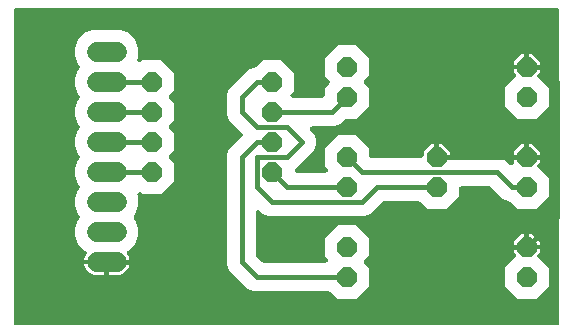
<source format=gbr>
G04 EAGLE Gerber X2 export*
G04 #@! %TF.Part,Single*
G04 #@! %TF.FileFunction,Copper,L2,Bot,Mixed*
G04 #@! %TF.FilePolarity,Positive*
G04 #@! %TF.GenerationSoftware,Autodesk,EAGLE,9.0.0*
G04 #@! %TF.CreationDate,2019-08-08T19:07:24Z*
G75*
%MOMM*%
%FSLAX34Y34*%
%LPD*%
%AMOC8*
5,1,8,0,0,1.08239X$1,22.5*%
G01*
%ADD10C,1.676400*%
%ADD11P,1.814519X8X22.500000*%
%ADD12P,1.814519X8X112.500000*%
%ADD13C,0.406400*%

G36*
X470226Y-2537D02*
X470226Y-2537D01*
X470244Y-2539D01*
X470426Y-2518D01*
X470609Y-2499D01*
X470626Y-2494D01*
X470643Y-2492D01*
X470818Y-2435D01*
X470994Y-2381D01*
X471009Y-2373D01*
X471026Y-2367D01*
X471186Y-2277D01*
X471348Y-2189D01*
X471361Y-2178D01*
X471377Y-2169D01*
X471516Y-2049D01*
X471657Y-1932D01*
X471668Y-1918D01*
X471682Y-1906D01*
X471794Y-1761D01*
X471909Y-1618D01*
X471917Y-1602D01*
X471928Y-1588D01*
X472010Y-1423D01*
X472095Y-1261D01*
X472100Y-1244D01*
X472108Y-1228D01*
X472155Y-1049D01*
X472206Y-874D01*
X472208Y-856D01*
X472212Y-839D01*
X472239Y-508D01*
X472239Y263908D01*
X472237Y263926D01*
X472239Y263944D01*
X472218Y264126D01*
X472199Y264309D01*
X472194Y264326D01*
X472192Y264343D01*
X472135Y264518D01*
X472081Y264694D01*
X472073Y264709D01*
X472067Y264726D01*
X471977Y264886D01*
X471889Y265048D01*
X471878Y265061D01*
X471869Y265077D01*
X471749Y265216D01*
X471632Y265357D01*
X471618Y265368D01*
X471606Y265382D01*
X471461Y265494D01*
X471318Y265609D01*
X471302Y265617D01*
X471288Y265628D01*
X471123Y265710D01*
X470961Y265795D01*
X470944Y265800D01*
X470928Y265808D01*
X470749Y265855D01*
X470574Y265906D01*
X470556Y265908D01*
X470539Y265912D01*
X470208Y265939D01*
X12192Y265939D01*
X12174Y265937D01*
X12156Y265939D01*
X11974Y265918D01*
X11791Y265899D01*
X11774Y265894D01*
X11757Y265892D01*
X11582Y265835D01*
X11406Y265781D01*
X11391Y265773D01*
X11374Y265767D01*
X11214Y265677D01*
X11052Y265589D01*
X11039Y265578D01*
X11023Y265569D01*
X10884Y265449D01*
X10743Y265332D01*
X10732Y265318D01*
X10718Y265306D01*
X10606Y265161D01*
X10491Y265018D01*
X10483Y265002D01*
X10472Y264988D01*
X10390Y264823D01*
X10305Y264661D01*
X10300Y264644D01*
X10292Y264628D01*
X10245Y264449D01*
X10194Y264274D01*
X10192Y264256D01*
X10188Y264239D01*
X10161Y263908D01*
X10161Y-508D01*
X10163Y-526D01*
X10161Y-544D01*
X10182Y-726D01*
X10201Y-909D01*
X10206Y-926D01*
X10208Y-943D01*
X10265Y-1118D01*
X10319Y-1294D01*
X10327Y-1309D01*
X10333Y-1326D01*
X10423Y-1486D01*
X10511Y-1648D01*
X10522Y-1661D01*
X10531Y-1677D01*
X10651Y-1816D01*
X10768Y-1957D01*
X10782Y-1968D01*
X10794Y-1982D01*
X10939Y-2094D01*
X11082Y-2209D01*
X11098Y-2217D01*
X11112Y-2228D01*
X11277Y-2310D01*
X11439Y-2395D01*
X11456Y-2400D01*
X11472Y-2408D01*
X11651Y-2455D01*
X11826Y-2506D01*
X11844Y-2508D01*
X11861Y-2512D01*
X12192Y-2539D01*
X470208Y-2539D01*
X470226Y-2537D01*
G37*
%LPC*%
G36*
X284419Y19557D02*
X284419Y19557D01*
X278664Y25312D01*
X278648Y25326D01*
X278635Y25341D01*
X278631Y25343D01*
X278626Y25350D01*
X278488Y25457D01*
X278353Y25567D01*
X278329Y25580D01*
X278308Y25596D01*
X278151Y25674D01*
X277997Y25756D01*
X277972Y25764D01*
X277947Y25776D01*
X277778Y25821D01*
X277611Y25871D01*
X277585Y25873D01*
X277559Y25880D01*
X277228Y25907D01*
X213475Y25907D01*
X208993Y27763D01*
X205278Y31479D01*
X196579Y40178D01*
X192863Y43893D01*
X191007Y48375D01*
X191007Y142125D01*
X192863Y146607D01*
X203571Y157314D01*
X203582Y157328D01*
X203595Y157339D01*
X203709Y157483D01*
X203826Y157625D01*
X203834Y157641D01*
X203845Y157655D01*
X203929Y157819D01*
X204014Y157981D01*
X204019Y157998D01*
X204027Y158014D01*
X204077Y158191D01*
X204129Y158367D01*
X204131Y158385D01*
X204135Y158402D01*
X204149Y158585D01*
X204165Y158768D01*
X204164Y158786D01*
X204165Y158803D01*
X204142Y158985D01*
X204122Y159168D01*
X204117Y159185D01*
X204114Y159203D01*
X204056Y159377D01*
X204001Y159552D01*
X203992Y159568D01*
X203986Y159584D01*
X203894Y159744D01*
X203806Y159904D01*
X203794Y159918D01*
X203785Y159933D01*
X203571Y160186D01*
X192863Y170893D01*
X191007Y175375D01*
X191007Y192925D01*
X192863Y197407D01*
X208993Y213537D01*
X212436Y214963D01*
X213475Y215393D01*
X213728Y215393D01*
X213755Y215395D01*
X213781Y215393D01*
X213955Y215415D01*
X214129Y215433D01*
X214154Y215440D01*
X214181Y215444D01*
X214347Y215500D01*
X214514Y215551D01*
X214537Y215564D01*
X214562Y215572D01*
X214714Y215659D01*
X214868Y215743D01*
X214888Y215760D01*
X214911Y215773D01*
X215164Y215988D01*
X220919Y221743D01*
X236281Y221743D01*
X247143Y210881D01*
X247143Y195519D01*
X245084Y193460D01*
X245078Y193453D01*
X245071Y193448D01*
X244951Y193298D01*
X244829Y193149D01*
X244824Y193141D01*
X244819Y193134D01*
X244730Y192964D01*
X244640Y192793D01*
X244637Y192784D01*
X244633Y192777D01*
X244580Y192592D01*
X244525Y192407D01*
X244524Y192398D01*
X244522Y192390D01*
X244506Y192199D01*
X244489Y192006D01*
X244490Y191997D01*
X244489Y191988D01*
X244511Y191799D01*
X244532Y191606D01*
X244535Y191597D01*
X244536Y191589D01*
X244595Y191407D01*
X244654Y191222D01*
X244658Y191214D01*
X244661Y191206D01*
X244756Y191037D01*
X244849Y190870D01*
X244854Y190863D01*
X244859Y190855D01*
X244985Y190709D01*
X245109Y190563D01*
X245116Y190557D01*
X245122Y190550D01*
X245273Y190433D01*
X245425Y190313D01*
X245433Y190309D01*
X245440Y190304D01*
X245612Y190218D01*
X245784Y190131D01*
X245792Y190128D01*
X245800Y190124D01*
X245986Y190074D01*
X246172Y190023D01*
X246181Y190022D01*
X246189Y190020D01*
X246520Y189993D01*
X271526Y189993D01*
X271544Y189995D01*
X271562Y189993D01*
X271744Y190014D01*
X271927Y190033D01*
X271944Y190038D01*
X271961Y190040D01*
X272136Y190097D01*
X272312Y190151D01*
X272327Y190159D01*
X272344Y190165D01*
X272504Y190255D01*
X272666Y190343D01*
X272679Y190354D01*
X272695Y190363D01*
X272834Y190483D01*
X272975Y190600D01*
X272986Y190614D01*
X273000Y190626D01*
X273112Y190771D01*
X273227Y190914D01*
X273235Y190930D01*
X273246Y190944D01*
X273328Y191109D01*
X273413Y191271D01*
X273418Y191288D01*
X273426Y191304D01*
X273473Y191483D01*
X273524Y191658D01*
X273526Y191676D01*
X273530Y191693D01*
X273557Y192024D01*
X273557Y198181D01*
X277140Y201764D01*
X277152Y201777D01*
X277165Y201789D01*
X277279Y201933D01*
X277395Y202075D01*
X277404Y202091D01*
X277415Y202105D01*
X277498Y202269D01*
X277584Y202431D01*
X277589Y202448D01*
X277597Y202464D01*
X277647Y202641D01*
X277699Y202817D01*
X277700Y202835D01*
X277705Y202852D01*
X277719Y203035D01*
X277735Y203218D01*
X277733Y203236D01*
X277735Y203253D01*
X277712Y203435D01*
X277692Y203618D01*
X277686Y203635D01*
X277684Y203653D01*
X277626Y203826D01*
X277570Y204002D01*
X277562Y204018D01*
X277556Y204034D01*
X277464Y204194D01*
X277375Y204354D01*
X277364Y204368D01*
X277355Y204383D01*
X277140Y204636D01*
X273557Y208219D01*
X273557Y223581D01*
X284419Y234443D01*
X299781Y234443D01*
X310643Y223581D01*
X310643Y208219D01*
X307060Y204636D01*
X307048Y204622D01*
X307035Y204611D01*
X306921Y204467D01*
X306805Y204325D01*
X306796Y204309D01*
X306785Y204295D01*
X306702Y204131D01*
X306616Y203969D01*
X306611Y203952D01*
X306603Y203936D01*
X306553Y203759D01*
X306501Y203583D01*
X306500Y203565D01*
X306495Y203548D01*
X306481Y203365D01*
X306465Y203182D01*
X306467Y203164D01*
X306465Y203147D01*
X306488Y202965D01*
X306508Y202782D01*
X306514Y202765D01*
X306516Y202747D01*
X306574Y202573D01*
X306630Y202398D01*
X306638Y202382D01*
X306644Y202366D01*
X306736Y202206D01*
X306825Y202046D01*
X306836Y202032D01*
X306845Y202017D01*
X307060Y201764D01*
X310643Y198181D01*
X310643Y182819D01*
X299781Y171957D01*
X291642Y171957D01*
X291615Y171955D01*
X291588Y171957D01*
X291415Y171935D01*
X291241Y171917D01*
X291216Y171910D01*
X291189Y171906D01*
X291023Y171851D01*
X290856Y171799D01*
X290833Y171786D01*
X290807Y171778D01*
X290656Y171691D01*
X290502Y171607D01*
X290482Y171590D01*
X290458Y171577D01*
X290205Y171362D01*
X286307Y167463D01*
X281825Y165607D01*
X262940Y165607D01*
X262931Y165606D01*
X262922Y165607D01*
X262730Y165586D01*
X262539Y165567D01*
X262531Y165565D01*
X262522Y165564D01*
X262339Y165506D01*
X262154Y165449D01*
X262146Y165445D01*
X262138Y165442D01*
X261969Y165349D01*
X261800Y165257D01*
X261793Y165252D01*
X261785Y165247D01*
X261639Y165123D01*
X261491Y165000D01*
X261485Y164993D01*
X261478Y164987D01*
X261359Y164836D01*
X261239Y164686D01*
X261234Y164678D01*
X261229Y164671D01*
X261141Y164498D01*
X261053Y164329D01*
X261051Y164320D01*
X261047Y164312D01*
X260995Y164126D01*
X260942Y163942D01*
X260941Y163933D01*
X260939Y163924D01*
X260924Y163731D01*
X260909Y163540D01*
X260910Y163532D01*
X260909Y163523D01*
X260933Y163330D01*
X260956Y163141D01*
X260958Y163132D01*
X260960Y163123D01*
X261021Y162940D01*
X261081Y162758D01*
X261085Y162750D01*
X261088Y162742D01*
X261184Y162575D01*
X261278Y162407D01*
X261284Y162400D01*
X261289Y162393D01*
X261503Y162140D01*
X264337Y159307D01*
X266193Y154825D01*
X266193Y149975D01*
X264337Y145493D01*
X251922Y133079D01*
X248803Y129960D01*
X248798Y129953D01*
X248791Y129948D01*
X248671Y129798D01*
X248548Y129649D01*
X248544Y129641D01*
X248539Y129634D01*
X248450Y129464D01*
X248360Y129293D01*
X248357Y129284D01*
X248353Y129277D01*
X248300Y129092D01*
X248245Y128907D01*
X248244Y128898D01*
X248242Y128890D01*
X248226Y128699D01*
X248209Y128506D01*
X248209Y128497D01*
X248209Y128488D01*
X248231Y128299D01*
X248252Y128106D01*
X248255Y128097D01*
X248256Y128089D01*
X248315Y127907D01*
X248373Y127722D01*
X248378Y127714D01*
X248381Y127706D01*
X248476Y127537D01*
X248568Y127370D01*
X248574Y127363D01*
X248578Y127355D01*
X248704Y127209D01*
X248829Y127063D01*
X248836Y127057D01*
X248842Y127050D01*
X248993Y126933D01*
X249145Y126813D01*
X249153Y126809D01*
X249160Y126804D01*
X249332Y126718D01*
X249504Y126631D01*
X249512Y126628D01*
X249520Y126624D01*
X249706Y126574D01*
X249891Y126523D01*
X249900Y126522D01*
X249909Y126520D01*
X250240Y126493D01*
X274180Y126493D01*
X274189Y126494D01*
X274198Y126493D01*
X274390Y126514D01*
X274581Y126533D01*
X274589Y126535D01*
X274598Y126536D01*
X274780Y126594D01*
X274966Y126651D01*
X274974Y126655D01*
X274982Y126658D01*
X275150Y126751D01*
X275320Y126843D01*
X275326Y126848D01*
X275334Y126853D01*
X275481Y126977D01*
X275629Y127100D01*
X275634Y127107D01*
X275641Y127113D01*
X275760Y127264D01*
X275881Y127414D01*
X275885Y127422D01*
X275891Y127429D01*
X275979Y127602D01*
X276067Y127771D01*
X276069Y127780D01*
X276073Y127788D01*
X276125Y127974D01*
X276178Y128158D01*
X276179Y128167D01*
X276181Y128176D01*
X276195Y128369D01*
X276211Y128560D01*
X276210Y128568D01*
X276211Y128577D01*
X276186Y128770D01*
X276164Y128959D01*
X276161Y128968D01*
X276160Y128977D01*
X276099Y129160D01*
X276039Y129342D01*
X276035Y129350D01*
X276032Y129358D01*
X275937Y129524D01*
X275841Y129693D01*
X275835Y129700D01*
X275831Y129707D01*
X275616Y129960D01*
X273557Y132019D01*
X273557Y147381D01*
X284419Y158243D01*
X299781Y158243D01*
X310643Y147381D01*
X310643Y141224D01*
X310645Y141206D01*
X310643Y141188D01*
X310664Y141006D01*
X310683Y140823D01*
X310688Y140806D01*
X310690Y140789D01*
X310747Y140614D01*
X310801Y140438D01*
X310809Y140423D01*
X310815Y140406D01*
X310905Y140246D01*
X310993Y140084D01*
X311004Y140071D01*
X311013Y140055D01*
X311133Y139916D01*
X311250Y139775D01*
X311264Y139764D01*
X311276Y139750D01*
X311421Y139638D01*
X311564Y139523D01*
X311580Y139515D01*
X311594Y139504D01*
X311759Y139422D01*
X311921Y139337D01*
X311938Y139332D01*
X311954Y139324D01*
X312133Y139277D01*
X312308Y139226D01*
X312326Y139224D01*
X312343Y139220D01*
X312674Y139193D01*
X355346Y139193D01*
X355364Y139195D01*
X355382Y139193D01*
X355564Y139214D01*
X355747Y139233D01*
X355764Y139238D01*
X355781Y139240D01*
X355956Y139297D01*
X356132Y139351D01*
X356147Y139359D01*
X356164Y139365D01*
X356324Y139455D01*
X356486Y139543D01*
X356499Y139554D01*
X356515Y139563D01*
X356654Y139683D01*
X356795Y139800D01*
X356806Y139814D01*
X356820Y139826D01*
X356932Y139971D01*
X357047Y140114D01*
X357055Y140130D01*
X357066Y140144D01*
X357148Y140309D01*
X357233Y140471D01*
X357238Y140488D01*
X357246Y140504D01*
X357293Y140683D01*
X357344Y140858D01*
X357346Y140876D01*
X357350Y140893D01*
X357377Y141224D01*
X357377Y144224D01*
X363776Y150623D01*
X366269Y150623D01*
X366269Y141224D01*
X366270Y141206D01*
X366269Y141188D01*
X366290Y141006D01*
X366308Y140823D01*
X366314Y140806D01*
X366316Y140789D01*
X366373Y140614D01*
X366427Y140438D01*
X366435Y140423D01*
X366441Y140406D01*
X366531Y140246D01*
X366618Y140084D01*
X366630Y140071D01*
X366639Y140055D01*
X366759Y139916D01*
X366876Y139775D01*
X366890Y139764D01*
X366902Y139750D01*
X367047Y139638D01*
X367190Y139523D01*
X367206Y139515D01*
X367220Y139504D01*
X367385Y139422D01*
X367547Y139337D01*
X367564Y139332D01*
X367580Y139324D01*
X367758Y139277D01*
X367934Y139226D01*
X367952Y139224D01*
X367969Y139220D01*
X368300Y139193D01*
X368318Y139194D01*
X368335Y139193D01*
X368336Y139193D01*
X368518Y139214D01*
X368701Y139233D01*
X368718Y139238D01*
X368736Y139240D01*
X368910Y139297D01*
X369086Y139351D01*
X369101Y139359D01*
X369118Y139365D01*
X369279Y139455D01*
X369440Y139543D01*
X369453Y139554D01*
X369469Y139563D01*
X369608Y139683D01*
X369749Y139800D01*
X369760Y139814D01*
X369774Y139826D01*
X369886Y139971D01*
X370001Y140114D01*
X370010Y140130D01*
X370020Y140144D01*
X370102Y140309D01*
X370187Y140471D01*
X370192Y140488D01*
X370200Y140504D01*
X370248Y140683D01*
X370298Y140858D01*
X370300Y140876D01*
X370304Y140893D01*
X370331Y141224D01*
X370331Y150623D01*
X372824Y150623D01*
X379223Y144224D01*
X379223Y141224D01*
X379225Y141206D01*
X379223Y141188D01*
X379244Y141006D01*
X379263Y140823D01*
X379268Y140806D01*
X379270Y140789D01*
X379327Y140614D01*
X379381Y140438D01*
X379389Y140423D01*
X379395Y140406D01*
X379485Y140246D01*
X379573Y140084D01*
X379584Y140071D01*
X379593Y140055D01*
X379713Y139916D01*
X379830Y139775D01*
X379844Y139764D01*
X379856Y139750D01*
X380001Y139638D01*
X380144Y139523D01*
X380160Y139515D01*
X380174Y139504D01*
X380339Y139422D01*
X380501Y139337D01*
X380518Y139332D01*
X380534Y139324D01*
X380713Y139277D01*
X380888Y139226D01*
X380906Y139224D01*
X380923Y139220D01*
X381254Y139193D01*
X421525Y139193D01*
X426007Y137337D01*
X429722Y133621D01*
X430110Y133233D01*
X430117Y133228D01*
X430122Y133221D01*
X430272Y133101D01*
X430421Y132978D01*
X430429Y132974D01*
X430436Y132969D01*
X430606Y132880D01*
X430777Y132790D01*
X430785Y132787D01*
X430793Y132783D01*
X430979Y132730D01*
X431163Y132675D01*
X431172Y132674D01*
X431180Y132672D01*
X431372Y132656D01*
X431564Y132639D01*
X431573Y132639D01*
X431582Y132639D01*
X431772Y132661D01*
X431964Y132682D01*
X431973Y132685D01*
X431981Y132686D01*
X432164Y132745D01*
X432348Y132803D01*
X432356Y132808D01*
X432364Y132811D01*
X432531Y132905D01*
X432700Y132998D01*
X432707Y133004D01*
X432715Y133008D01*
X432861Y133135D01*
X433007Y133259D01*
X433013Y133266D01*
X433020Y133272D01*
X433137Y133423D01*
X433257Y133575D01*
X433261Y133583D01*
X433266Y133590D01*
X433352Y133762D01*
X433439Y133934D01*
X433442Y133942D01*
X433446Y133950D01*
X433496Y134138D01*
X433547Y134321D01*
X433548Y134330D01*
X433550Y134339D01*
X433577Y134670D01*
X433577Y137669D01*
X444500Y137669D01*
X455423Y137669D01*
X455423Y135176D01*
X454072Y133824D01*
X454060Y133811D01*
X454047Y133799D01*
X453933Y133655D01*
X453816Y133513D01*
X453808Y133497D01*
X453797Y133483D01*
X453714Y133319D01*
X453628Y133157D01*
X453623Y133140D01*
X453615Y133124D01*
X453565Y132947D01*
X453513Y132771D01*
X453511Y132754D01*
X453507Y132736D01*
X453493Y132553D01*
X453477Y132370D01*
X453479Y132353D01*
X453477Y132335D01*
X453500Y132153D01*
X453520Y131970D01*
X453525Y131953D01*
X453528Y131935D01*
X453586Y131762D01*
X453642Y131586D01*
X453650Y131571D01*
X453656Y131554D01*
X453747Y131395D01*
X453836Y131234D01*
X453848Y131220D01*
X453857Y131205D01*
X454072Y130952D01*
X463043Y121981D01*
X463043Y106619D01*
X452181Y95757D01*
X436819Y95757D01*
X431064Y101512D01*
X431044Y101529D01*
X431026Y101550D01*
X430888Y101657D01*
X430753Y101767D01*
X430729Y101780D01*
X430708Y101796D01*
X430551Y101874D01*
X430397Y101956D01*
X430372Y101964D01*
X430347Y101976D01*
X430178Y102021D01*
X430011Y102071D01*
X429985Y102073D01*
X429959Y102080D01*
X429628Y102107D01*
X429375Y102107D01*
X424893Y103963D01*
X414645Y114212D01*
X414624Y114229D01*
X414606Y114250D01*
X414468Y114357D01*
X414333Y114467D01*
X414309Y114480D01*
X414288Y114496D01*
X414131Y114574D01*
X413977Y114656D01*
X413952Y114664D01*
X413928Y114676D01*
X413758Y114721D01*
X413591Y114771D01*
X413565Y114773D01*
X413539Y114780D01*
X413208Y114807D01*
X388874Y114807D01*
X388856Y114805D01*
X388838Y114807D01*
X388656Y114786D01*
X388473Y114767D01*
X388456Y114762D01*
X388439Y114760D01*
X388264Y114703D01*
X388088Y114649D01*
X388073Y114641D01*
X388056Y114635D01*
X387896Y114545D01*
X387734Y114457D01*
X387721Y114446D01*
X387705Y114437D01*
X387566Y114317D01*
X387425Y114200D01*
X387414Y114186D01*
X387400Y114174D01*
X387288Y114029D01*
X387173Y113886D01*
X387165Y113870D01*
X387154Y113856D01*
X387072Y113691D01*
X386987Y113529D01*
X386982Y113512D01*
X386974Y113496D01*
X386927Y113317D01*
X386876Y113142D01*
X386874Y113124D01*
X386870Y113107D01*
X386843Y112776D01*
X386843Y106619D01*
X375981Y95757D01*
X360619Y95757D01*
X354864Y101512D01*
X354844Y101529D01*
X354826Y101550D01*
X354688Y101657D01*
X354553Y101767D01*
X354529Y101780D01*
X354508Y101796D01*
X354351Y101874D01*
X354197Y101956D01*
X354172Y101964D01*
X354147Y101976D01*
X353978Y102021D01*
X353811Y102071D01*
X353785Y102073D01*
X353759Y102080D01*
X353428Y102107D01*
X323392Y102107D01*
X323365Y102105D01*
X323338Y102107D01*
X323165Y102085D01*
X322991Y102067D01*
X322966Y102060D01*
X322939Y102056D01*
X322773Y102001D01*
X322606Y101949D01*
X322583Y101936D01*
X322557Y101928D01*
X322406Y101841D01*
X322252Y101757D01*
X322232Y101740D01*
X322208Y101727D01*
X321955Y101512D01*
X311707Y91263D01*
X307225Y89407D01*
X226175Y89407D01*
X221693Y91263D01*
X218860Y94097D01*
X218853Y94102D01*
X218848Y94109D01*
X218698Y94229D01*
X218549Y94352D01*
X218541Y94356D01*
X218534Y94361D01*
X218364Y94450D01*
X218193Y94540D01*
X218184Y94543D01*
X218177Y94547D01*
X217992Y94600D01*
X217807Y94655D01*
X217798Y94656D01*
X217790Y94658D01*
X217599Y94674D01*
X217406Y94691D01*
X217397Y94691D01*
X217388Y94691D01*
X217199Y94669D01*
X217006Y94648D01*
X216997Y94645D01*
X216989Y94644D01*
X216807Y94585D01*
X216622Y94527D01*
X216614Y94522D01*
X216606Y94519D01*
X216437Y94424D01*
X216270Y94332D01*
X216263Y94326D01*
X216255Y94322D01*
X216109Y94196D01*
X215963Y94071D01*
X215957Y94064D01*
X215950Y94058D01*
X215833Y93907D01*
X215713Y93755D01*
X215709Y93747D01*
X215704Y93740D01*
X215618Y93568D01*
X215531Y93396D01*
X215528Y93388D01*
X215524Y93380D01*
X215474Y93194D01*
X215423Y93009D01*
X215422Y93000D01*
X215420Y92991D01*
X215393Y92660D01*
X215393Y56692D01*
X215395Y56665D01*
X215393Y56638D01*
X215415Y56465D01*
X215433Y56291D01*
X215440Y56266D01*
X215444Y56239D01*
X215500Y56073D01*
X215551Y55906D01*
X215564Y55883D01*
X215572Y55857D01*
X215659Y55706D01*
X215743Y55552D01*
X215760Y55532D01*
X215773Y55508D01*
X215988Y55255D01*
X220355Y50888D01*
X220376Y50871D01*
X220394Y50850D01*
X220532Y50743D01*
X220667Y50633D01*
X220691Y50620D01*
X220712Y50604D01*
X220869Y50526D01*
X221023Y50444D01*
X221048Y50436D01*
X221072Y50424D01*
X221242Y50379D01*
X221409Y50329D01*
X221435Y50327D01*
X221461Y50320D01*
X221792Y50293D01*
X274180Y50293D01*
X274189Y50294D01*
X274198Y50293D01*
X274390Y50314D01*
X274581Y50333D01*
X274589Y50335D01*
X274598Y50336D01*
X274780Y50394D01*
X274966Y50451D01*
X274974Y50455D01*
X274982Y50458D01*
X275150Y50551D01*
X275320Y50643D01*
X275326Y50648D01*
X275334Y50653D01*
X275481Y50777D01*
X275629Y50900D01*
X275634Y50907D01*
X275641Y50913D01*
X275760Y51064D01*
X275881Y51214D01*
X275885Y51222D01*
X275891Y51229D01*
X275979Y51402D01*
X276067Y51571D01*
X276069Y51580D01*
X276073Y51588D01*
X276125Y51774D01*
X276178Y51958D01*
X276179Y51967D01*
X276181Y51976D01*
X276195Y52169D01*
X276211Y52360D01*
X276210Y52368D01*
X276211Y52377D01*
X276186Y52570D01*
X276164Y52759D01*
X276161Y52768D01*
X276160Y52777D01*
X276099Y52959D01*
X276039Y53142D01*
X276035Y53150D01*
X276032Y53158D01*
X275937Y53324D01*
X275841Y53493D01*
X275835Y53500D01*
X275831Y53507D01*
X275616Y53760D01*
X273557Y55819D01*
X273557Y71181D01*
X284419Y82043D01*
X299781Y82043D01*
X310643Y71181D01*
X310643Y55819D01*
X307060Y52236D01*
X307048Y52222D01*
X307035Y52211D01*
X306921Y52067D01*
X306805Y51925D01*
X306796Y51909D01*
X306785Y51895D01*
X306702Y51731D01*
X306616Y51569D01*
X306611Y51552D01*
X306603Y51536D01*
X306553Y51359D01*
X306501Y51183D01*
X306500Y51165D01*
X306495Y51148D01*
X306481Y50965D01*
X306465Y50782D01*
X306467Y50764D01*
X306465Y50747D01*
X306488Y50565D01*
X306508Y50382D01*
X306514Y50365D01*
X306516Y50347D01*
X306574Y50173D01*
X306630Y49998D01*
X306638Y49982D01*
X306644Y49966D01*
X306736Y49806D01*
X306825Y49646D01*
X306836Y49632D01*
X306845Y49617D01*
X307060Y49364D01*
X310643Y45781D01*
X310643Y30419D01*
X299781Y19557D01*
X284419Y19557D01*
G37*
%LPD*%
%LPC*%
G36*
X88900Y52831D02*
X88900Y52831D01*
X69781Y52831D01*
X69864Y53358D01*
X70396Y54993D01*
X71176Y56525D01*
X71602Y57111D01*
X71630Y57159D01*
X71665Y57202D01*
X71731Y57332D01*
X71805Y57458D01*
X71823Y57511D01*
X71849Y57560D01*
X71888Y57701D01*
X71936Y57839D01*
X71943Y57894D01*
X71958Y57948D01*
X71970Y58094D01*
X71989Y58238D01*
X71985Y58294D01*
X71989Y58349D01*
X71972Y58494D01*
X71962Y58640D01*
X71947Y58694D01*
X71941Y58749D01*
X71895Y58888D01*
X71856Y59029D01*
X71832Y59078D01*
X71814Y59131D01*
X71742Y59258D01*
X71676Y59389D01*
X71642Y59432D01*
X71615Y59481D01*
X71518Y59591D01*
X71429Y59706D01*
X71387Y59742D01*
X71350Y59784D01*
X71234Y59874D01*
X71124Y59969D01*
X71075Y59996D01*
X71031Y60030D01*
X70840Y60128D01*
X70773Y60166D01*
X70756Y60171D01*
X70736Y60181D01*
X70014Y60480D01*
X64798Y65696D01*
X61975Y72512D01*
X61975Y79888D01*
X64798Y86704D01*
X65558Y87464D01*
X65570Y87478D01*
X65583Y87489D01*
X65697Y87633D01*
X65813Y87775D01*
X65822Y87791D01*
X65833Y87805D01*
X65916Y87969D01*
X66002Y88131D01*
X66007Y88148D01*
X66015Y88164D01*
X66064Y88341D01*
X66117Y88517D01*
X66118Y88535D01*
X66123Y88552D01*
X66137Y88735D01*
X66153Y88918D01*
X66151Y88936D01*
X66153Y88953D01*
X66130Y89135D01*
X66110Y89318D01*
X66104Y89335D01*
X66102Y89353D01*
X66044Y89526D01*
X65988Y89702D01*
X65980Y89718D01*
X65974Y89734D01*
X65882Y89894D01*
X65793Y90054D01*
X65782Y90068D01*
X65773Y90083D01*
X65558Y90336D01*
X64798Y91096D01*
X61975Y97912D01*
X61975Y105288D01*
X64798Y112104D01*
X65558Y112864D01*
X65570Y112878D01*
X65583Y112889D01*
X65697Y113033D01*
X65813Y113175D01*
X65822Y113191D01*
X65833Y113205D01*
X65916Y113369D01*
X66002Y113531D01*
X66007Y113548D01*
X66015Y113564D01*
X66064Y113741D01*
X66117Y113917D01*
X66118Y113935D01*
X66123Y113952D01*
X66137Y114135D01*
X66153Y114318D01*
X66151Y114336D01*
X66153Y114353D01*
X66130Y114535D01*
X66110Y114718D01*
X66104Y114735D01*
X66102Y114753D01*
X66044Y114926D01*
X65988Y115102D01*
X65980Y115118D01*
X65974Y115134D01*
X65882Y115294D01*
X65793Y115454D01*
X65782Y115468D01*
X65773Y115483D01*
X65558Y115736D01*
X64798Y116496D01*
X61975Y123312D01*
X61975Y130688D01*
X64798Y137504D01*
X65558Y138264D01*
X65570Y138278D01*
X65583Y138289D01*
X65697Y138433D01*
X65813Y138575D01*
X65822Y138591D01*
X65833Y138605D01*
X65916Y138769D01*
X66002Y138931D01*
X66007Y138948D01*
X66015Y138964D01*
X66064Y139141D01*
X66117Y139317D01*
X66118Y139335D01*
X66123Y139352D01*
X66137Y139535D01*
X66153Y139718D01*
X66151Y139736D01*
X66153Y139753D01*
X66130Y139935D01*
X66110Y140118D01*
X66104Y140135D01*
X66102Y140153D01*
X66044Y140326D01*
X65988Y140502D01*
X65980Y140518D01*
X65974Y140534D01*
X65882Y140694D01*
X65793Y140854D01*
X65782Y140868D01*
X65773Y140883D01*
X65558Y141136D01*
X64798Y141896D01*
X61975Y148712D01*
X61975Y156088D01*
X64798Y162904D01*
X65558Y163664D01*
X65570Y163678D01*
X65583Y163689D01*
X65697Y163833D01*
X65813Y163975D01*
X65822Y163991D01*
X65833Y164005D01*
X65916Y164169D01*
X66002Y164331D01*
X66007Y164348D01*
X66015Y164364D01*
X66064Y164541D01*
X66117Y164717D01*
X66118Y164735D01*
X66123Y164752D01*
X66137Y164935D01*
X66153Y165118D01*
X66151Y165136D01*
X66153Y165153D01*
X66130Y165335D01*
X66110Y165518D01*
X66104Y165535D01*
X66102Y165553D01*
X66044Y165726D01*
X65988Y165902D01*
X65980Y165918D01*
X65974Y165934D01*
X65882Y166094D01*
X65793Y166254D01*
X65782Y166268D01*
X65773Y166283D01*
X65558Y166536D01*
X64798Y167296D01*
X61975Y174112D01*
X61975Y181488D01*
X64798Y188304D01*
X65558Y189064D01*
X65570Y189078D01*
X65583Y189089D01*
X65697Y189233D01*
X65813Y189375D01*
X65822Y189391D01*
X65833Y189405D01*
X65916Y189569D01*
X66002Y189731D01*
X66007Y189748D01*
X66015Y189764D01*
X66064Y189941D01*
X66117Y190117D01*
X66118Y190135D01*
X66123Y190152D01*
X66137Y190335D01*
X66153Y190518D01*
X66151Y190536D01*
X66153Y190553D01*
X66130Y190735D01*
X66110Y190918D01*
X66104Y190935D01*
X66102Y190953D01*
X66044Y191126D01*
X65988Y191302D01*
X65980Y191318D01*
X65974Y191334D01*
X65882Y191494D01*
X65793Y191654D01*
X65782Y191668D01*
X65773Y191683D01*
X65558Y191936D01*
X64798Y192696D01*
X61975Y199512D01*
X61975Y206888D01*
X64798Y213704D01*
X65558Y214464D01*
X65570Y214478D01*
X65583Y214489D01*
X65697Y214633D01*
X65813Y214775D01*
X65822Y214791D01*
X65833Y214805D01*
X65916Y214969D01*
X66002Y215131D01*
X66007Y215148D01*
X66015Y215164D01*
X66064Y215341D01*
X66117Y215517D01*
X66118Y215535D01*
X66123Y215552D01*
X66137Y215735D01*
X66153Y215918D01*
X66151Y215936D01*
X66153Y215953D01*
X66130Y216135D01*
X66110Y216318D01*
X66104Y216335D01*
X66102Y216353D01*
X66044Y216526D01*
X65988Y216702D01*
X65980Y216718D01*
X65974Y216734D01*
X65882Y216894D01*
X65793Y217054D01*
X65782Y217068D01*
X65773Y217083D01*
X65558Y217336D01*
X64798Y218096D01*
X61975Y224912D01*
X61975Y232288D01*
X64798Y239104D01*
X70014Y244320D01*
X76830Y247143D01*
X100970Y247143D01*
X107786Y244320D01*
X113002Y239104D01*
X115825Y232288D01*
X115825Y224912D01*
X115021Y222971D01*
X115019Y222966D01*
X115017Y222962D01*
X114961Y222774D01*
X114904Y222585D01*
X114904Y222581D01*
X114903Y222577D01*
X114885Y222379D01*
X114866Y222184D01*
X114867Y222180D01*
X114866Y222176D01*
X114887Y221980D01*
X114908Y221784D01*
X114909Y221780D01*
X114910Y221775D01*
X114968Y221591D01*
X115028Y221400D01*
X115030Y221396D01*
X115031Y221391D01*
X115127Y221218D01*
X115221Y221046D01*
X115224Y221043D01*
X115226Y221039D01*
X115354Y220888D01*
X115480Y220738D01*
X115484Y220736D01*
X115486Y220732D01*
X115641Y220610D01*
X115795Y220487D01*
X115799Y220485D01*
X115802Y220483D01*
X115977Y220394D01*
X116153Y220303D01*
X116157Y220302D01*
X116161Y220300D01*
X116352Y220247D01*
X116540Y220194D01*
X116545Y220193D01*
X116549Y220192D01*
X116750Y220177D01*
X116942Y220163D01*
X116946Y220163D01*
X116951Y220163D01*
X117149Y220188D01*
X117341Y220211D01*
X117346Y220213D01*
X117350Y220213D01*
X117535Y220275D01*
X117724Y220338D01*
X117728Y220340D01*
X117732Y220341D01*
X117900Y220438D01*
X118073Y220537D01*
X118077Y220540D01*
X118081Y220542D01*
X118334Y220757D01*
X119319Y221743D01*
X134681Y221743D01*
X145543Y210881D01*
X145543Y195519D01*
X141960Y191936D01*
X141948Y191922D01*
X141935Y191911D01*
X141821Y191767D01*
X141705Y191625D01*
X141696Y191609D01*
X141685Y191595D01*
X141602Y191431D01*
X141516Y191269D01*
X141511Y191252D01*
X141503Y191236D01*
X141453Y191059D01*
X141401Y190883D01*
X141400Y190865D01*
X141395Y190848D01*
X141381Y190665D01*
X141365Y190482D01*
X141367Y190464D01*
X141365Y190447D01*
X141388Y190265D01*
X141408Y190082D01*
X141414Y190065D01*
X141416Y190047D01*
X141474Y189873D01*
X141530Y189698D01*
X141538Y189682D01*
X141544Y189666D01*
X141636Y189506D01*
X141725Y189346D01*
X141736Y189332D01*
X141745Y189317D01*
X141960Y189064D01*
X145543Y185481D01*
X145543Y170119D01*
X141960Y166536D01*
X141948Y166523D01*
X141935Y166511D01*
X141821Y166367D01*
X141705Y166225D01*
X141696Y166209D01*
X141685Y166195D01*
X141602Y166031D01*
X141516Y165869D01*
X141511Y165852D01*
X141503Y165836D01*
X141453Y165659D01*
X141401Y165483D01*
X141400Y165465D01*
X141395Y165448D01*
X141381Y165265D01*
X141365Y165082D01*
X141367Y165064D01*
X141365Y165047D01*
X141388Y164865D01*
X141408Y164682D01*
X141414Y164665D01*
X141416Y164647D01*
X141474Y164474D01*
X141530Y164298D01*
X141538Y164282D01*
X141544Y164266D01*
X141636Y164106D01*
X141725Y163946D01*
X141736Y163932D01*
X141745Y163917D01*
X141960Y163664D01*
X145543Y160081D01*
X145543Y144719D01*
X141960Y141136D01*
X141948Y141123D01*
X141935Y141111D01*
X141821Y140967D01*
X141705Y140825D01*
X141696Y140809D01*
X141685Y140795D01*
X141602Y140631D01*
X141516Y140469D01*
X141511Y140452D01*
X141503Y140436D01*
X141453Y140259D01*
X141401Y140083D01*
X141400Y140065D01*
X141395Y140048D01*
X141381Y139865D01*
X141365Y139682D01*
X141367Y139664D01*
X141365Y139647D01*
X141388Y139465D01*
X141408Y139282D01*
X141414Y139265D01*
X141416Y139247D01*
X141474Y139074D01*
X141530Y138898D01*
X141538Y138882D01*
X141544Y138866D01*
X141636Y138706D01*
X141725Y138546D01*
X141736Y138532D01*
X141745Y138517D01*
X141960Y138264D01*
X145543Y134681D01*
X145543Y119319D01*
X134681Y108457D01*
X119319Y108457D01*
X118334Y109443D01*
X118330Y109446D01*
X118327Y109449D01*
X118172Y109576D01*
X118022Y109698D01*
X118018Y109700D01*
X118015Y109703D01*
X117837Y109796D01*
X117667Y109887D01*
X117662Y109888D01*
X117658Y109890D01*
X117468Y109946D01*
X117281Y110001D01*
X117276Y110002D01*
X117272Y110003D01*
X117079Y110020D01*
X116880Y110038D01*
X116875Y110037D01*
X116871Y110038D01*
X116681Y110016D01*
X116479Y109994D01*
X116475Y109993D01*
X116471Y109993D01*
X116285Y109933D01*
X116096Y109873D01*
X116092Y109871D01*
X116087Y109869D01*
X115916Y109774D01*
X115743Y109678D01*
X115740Y109675D01*
X115736Y109673D01*
X115587Y109545D01*
X115436Y109418D01*
X115433Y109414D01*
X115430Y109411D01*
X115310Y109257D01*
X115187Y109102D01*
X115185Y109098D01*
X115182Y109094D01*
X115096Y108923D01*
X115004Y108743D01*
X115003Y108738D01*
X115001Y108734D01*
X114950Y108549D01*
X114896Y108355D01*
X114896Y108350D01*
X114895Y108346D01*
X114881Y108146D01*
X114867Y107953D01*
X114867Y107949D01*
X114867Y107944D01*
X114893Y107748D01*
X114917Y107554D01*
X114919Y107550D01*
X114919Y107545D01*
X115021Y107229D01*
X115825Y105288D01*
X115825Y97912D01*
X113002Y91096D01*
X112242Y90336D01*
X112230Y90323D01*
X112217Y90311D01*
X112103Y90167D01*
X111987Y90025D01*
X111978Y90009D01*
X111967Y89995D01*
X111884Y89831D01*
X111798Y89669D01*
X111793Y89652D01*
X111785Y89636D01*
X111736Y89459D01*
X111683Y89283D01*
X111682Y89265D01*
X111677Y89248D01*
X111663Y89065D01*
X111647Y88882D01*
X111649Y88864D01*
X111647Y88847D01*
X111670Y88665D01*
X111690Y88482D01*
X111696Y88465D01*
X111698Y88447D01*
X111756Y88274D01*
X111812Y88098D01*
X111820Y88082D01*
X111826Y88066D01*
X111918Y87907D01*
X112007Y87746D01*
X112018Y87732D01*
X112027Y87717D01*
X112242Y87464D01*
X113002Y86704D01*
X115825Y79888D01*
X115825Y72512D01*
X113002Y65696D01*
X107786Y60480D01*
X107064Y60181D01*
X107015Y60155D01*
X106963Y60136D01*
X106838Y60060D01*
X106709Y59991D01*
X106666Y59956D01*
X106619Y59927D01*
X106512Y59828D01*
X106399Y59735D01*
X106364Y59692D01*
X106323Y59654D01*
X106237Y59536D01*
X106145Y59422D01*
X106119Y59373D01*
X106087Y59328D01*
X106026Y59195D01*
X105958Y59066D01*
X105942Y59012D01*
X105919Y58962D01*
X105886Y58820D01*
X105845Y58679D01*
X105840Y58624D01*
X105828Y58570D01*
X105823Y58424D01*
X105810Y58278D01*
X105817Y58223D01*
X105815Y58167D01*
X105839Y58023D01*
X105856Y57878D01*
X105873Y57825D01*
X105882Y57770D01*
X105934Y57634D01*
X105979Y57495D01*
X106006Y57446D01*
X106026Y57394D01*
X106137Y57211D01*
X106175Y57143D01*
X106187Y57130D01*
X106198Y57111D01*
X106624Y56525D01*
X107404Y54993D01*
X107936Y53358D01*
X108019Y52831D01*
X88900Y52831D01*
X88900Y52831D01*
G37*
%LPD*%
%LPC*%
G36*
X436819Y19557D02*
X436819Y19557D01*
X425957Y30419D01*
X425957Y45781D01*
X434928Y54752D01*
X434940Y54766D01*
X434953Y54777D01*
X435067Y54921D01*
X435184Y55063D01*
X435192Y55079D01*
X435203Y55093D01*
X435286Y55257D01*
X435372Y55419D01*
X435377Y55436D01*
X435385Y55452D01*
X435435Y55629D01*
X435487Y55805D01*
X435489Y55823D01*
X435493Y55840D01*
X435507Y56023D01*
X435523Y56206D01*
X435521Y56224D01*
X435523Y56241D01*
X435500Y56423D01*
X435480Y56606D01*
X435475Y56623D01*
X435472Y56641D01*
X435414Y56814D01*
X435358Y56990D01*
X435350Y57006D01*
X435344Y57023D01*
X435252Y57182D01*
X435164Y57342D01*
X435152Y57356D01*
X435143Y57371D01*
X434928Y57624D01*
X433577Y58976D01*
X433577Y61469D01*
X444500Y61469D01*
X455423Y61469D01*
X455423Y58976D01*
X454072Y57624D01*
X454060Y57611D01*
X454047Y57599D01*
X453933Y57455D01*
X453816Y57313D01*
X453808Y57297D01*
X453797Y57283D01*
X453713Y57119D01*
X453628Y56957D01*
X453623Y56940D01*
X453615Y56924D01*
X453565Y56747D01*
X453513Y56571D01*
X453511Y56554D01*
X453507Y56536D01*
X453493Y56353D01*
X453477Y56170D01*
X453479Y56153D01*
X453477Y56135D01*
X453500Y55953D01*
X453520Y55770D01*
X453525Y55753D01*
X453528Y55735D01*
X453586Y55562D01*
X453642Y55386D01*
X453650Y55371D01*
X453656Y55354D01*
X453748Y55194D01*
X453836Y55034D01*
X453848Y55020D01*
X453857Y55005D01*
X454072Y54752D01*
X463043Y45781D01*
X463043Y30419D01*
X452181Y19557D01*
X436819Y19557D01*
G37*
%LPD*%
%LPC*%
G36*
X436819Y171957D02*
X436819Y171957D01*
X425957Y182819D01*
X425957Y198181D01*
X434928Y207152D01*
X434940Y207166D01*
X434953Y207177D01*
X435067Y207321D01*
X435184Y207463D01*
X435192Y207479D01*
X435203Y207493D01*
X435286Y207657D01*
X435372Y207819D01*
X435377Y207836D01*
X435385Y207852D01*
X435435Y208029D01*
X435487Y208205D01*
X435489Y208223D01*
X435493Y208240D01*
X435507Y208423D01*
X435523Y208606D01*
X435521Y208624D01*
X435523Y208641D01*
X435500Y208823D01*
X435480Y209006D01*
X435475Y209023D01*
X435472Y209041D01*
X435414Y209214D01*
X435358Y209390D01*
X435350Y209406D01*
X435344Y209423D01*
X435252Y209582D01*
X435164Y209742D01*
X435152Y209756D01*
X435143Y209771D01*
X434928Y210024D01*
X433577Y211376D01*
X433577Y213869D01*
X444500Y213869D01*
X455423Y213869D01*
X455423Y211376D01*
X454072Y210024D01*
X454060Y210011D01*
X454047Y209999D01*
X453933Y209855D01*
X453816Y209713D01*
X453808Y209697D01*
X453797Y209683D01*
X453713Y209519D01*
X453628Y209357D01*
X453623Y209340D01*
X453615Y209324D01*
X453565Y209146D01*
X453513Y208971D01*
X453511Y208954D01*
X453507Y208936D01*
X453493Y208753D01*
X453477Y208570D01*
X453479Y208553D01*
X453477Y208535D01*
X453500Y208353D01*
X453520Y208170D01*
X453525Y208153D01*
X453528Y208135D01*
X453586Y207962D01*
X453642Y207786D01*
X453650Y207771D01*
X453656Y207754D01*
X453748Y207594D01*
X453836Y207434D01*
X453848Y207420D01*
X453857Y207405D01*
X454072Y207152D01*
X463043Y198181D01*
X463043Y182819D01*
X452181Y171957D01*
X436819Y171957D01*
G37*
%LPD*%
%LPC*%
G36*
X90931Y39877D02*
X90931Y39877D01*
X90931Y48769D01*
X108019Y48769D01*
X107936Y48242D01*
X107404Y46607D01*
X106624Y45075D01*
X105613Y43684D01*
X104398Y42469D01*
X103007Y41458D01*
X101475Y40678D01*
X99840Y40146D01*
X98142Y39877D01*
X90931Y39877D01*
G37*
%LPD*%
%LPC*%
G36*
X79658Y39877D02*
X79658Y39877D01*
X77960Y40146D01*
X76325Y40678D01*
X74793Y41458D01*
X73402Y42469D01*
X72187Y43684D01*
X71176Y45075D01*
X70396Y46607D01*
X69864Y48242D01*
X69781Y48769D01*
X86869Y48769D01*
X86869Y39877D01*
X79658Y39877D01*
G37*
%LPD*%
%LPC*%
G36*
X446531Y217931D02*
X446531Y217931D01*
X446531Y226823D01*
X449024Y226823D01*
X455423Y220424D01*
X455423Y217931D01*
X446531Y217931D01*
G37*
%LPD*%
%LPC*%
G36*
X446531Y141731D02*
X446531Y141731D01*
X446531Y150623D01*
X449024Y150623D01*
X455423Y144224D01*
X455423Y141731D01*
X446531Y141731D01*
G37*
%LPD*%
%LPC*%
G36*
X446531Y65531D02*
X446531Y65531D01*
X446531Y74423D01*
X449024Y74423D01*
X455423Y68024D01*
X455423Y65531D01*
X446531Y65531D01*
G37*
%LPD*%
%LPC*%
G36*
X433577Y217931D02*
X433577Y217931D01*
X433577Y220424D01*
X439976Y226823D01*
X442469Y226823D01*
X442469Y217931D01*
X433577Y217931D01*
G37*
%LPD*%
%LPC*%
G36*
X433577Y141731D02*
X433577Y141731D01*
X433577Y144224D01*
X439976Y150623D01*
X442469Y150623D01*
X442469Y141731D01*
X433577Y141731D01*
G37*
%LPD*%
%LPC*%
G36*
X433577Y65531D02*
X433577Y65531D01*
X433577Y68024D01*
X439976Y74423D01*
X442469Y74423D01*
X442469Y65531D01*
X433577Y65531D01*
G37*
%LPD*%
D10*
X97282Y228600D02*
X80518Y228600D01*
X80518Y203200D02*
X97282Y203200D01*
X97282Y177800D02*
X80518Y177800D01*
X80518Y152400D02*
X97282Y152400D01*
X97282Y127000D02*
X80518Y127000D01*
X80518Y101600D02*
X97282Y101600D01*
X97282Y76200D02*
X80518Y76200D01*
X80518Y50800D02*
X97282Y50800D01*
D11*
X127000Y203200D03*
X228600Y203200D03*
D12*
X292100Y190500D03*
X292100Y215900D03*
X292100Y114300D03*
X292100Y139700D03*
X292100Y38100D03*
X292100Y63500D03*
X368300Y114300D03*
X368300Y139700D03*
X444500Y190500D03*
X444500Y215900D03*
X444500Y114300D03*
X444500Y139700D03*
X444500Y38100D03*
X444500Y63500D03*
D11*
X127000Y177800D03*
X228600Y177800D03*
X127000Y152400D03*
X228600Y152400D03*
X127000Y127000D03*
X228600Y127000D03*
D13*
X444500Y63500D02*
X469900Y88900D01*
X469900Y139700D01*
X444500Y139700D01*
X368300Y139700D01*
X444500Y215900D02*
X457200Y215900D01*
X469900Y203200D01*
X469900Y139700D01*
X177800Y50800D02*
X88900Y50800D01*
X177800Y50800D02*
X215900Y12700D01*
X368300Y12700D01*
X419100Y63500D01*
X444500Y63500D01*
X127000Y203200D02*
X88900Y203200D01*
X317500Y114300D02*
X368300Y114300D01*
X317500Y114300D02*
X304800Y101600D01*
X228600Y101600D01*
X215900Y114300D01*
X215900Y203200D02*
X228600Y203200D01*
X215900Y203200D02*
X203200Y190500D01*
X203200Y177800D01*
X215900Y165100D01*
X241300Y165100D01*
X254000Y152400D01*
X241300Y139700D01*
X215900Y139700D01*
X215900Y114300D01*
X228600Y177800D02*
X279400Y177800D01*
X292100Y190500D01*
X228600Y152400D02*
X215900Y152400D01*
X203200Y139700D01*
X203200Y50800D01*
X215900Y38100D01*
X292100Y38100D01*
X241300Y114300D02*
X228600Y127000D01*
X241300Y114300D02*
X292100Y114300D01*
X431800Y114300D02*
X444500Y114300D01*
X431800Y114300D02*
X419100Y127000D01*
X304800Y127000D01*
X292100Y139700D01*
X127000Y177800D02*
X88900Y177800D01*
X88900Y152400D02*
X127000Y152400D01*
X127000Y127000D02*
X88900Y127000D01*
M02*

</source>
